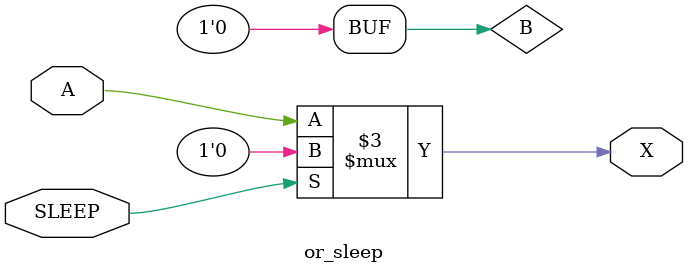
<source format=v>
module or_sleep (
    input A,
    input SLEEP,
    output X
);

    wire B;
    assign B = 1'b0;

    assign X = (SLEEP == 1'b1) ? 1'b0 : (A | B);

endmodule
</source>
